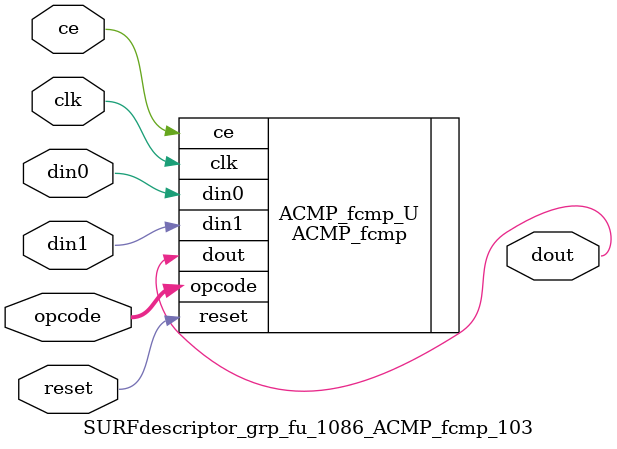
<source format=v>

`timescale 1 ns / 1 ps
module SURFdescriptor_grp_fu_1086_ACMP_fcmp_103(
    clk,
    reset,
    ce,
    din0,
    din1,
    opcode,
    dout);

parameter ID = 32'd1;
parameter NUM_STAGE = 32'd1;
parameter din0_WIDTH = 32'd1;
parameter din1_WIDTH = 32'd1;
parameter dout_WIDTH = 32'd1;
input clk;
input reset;
input ce;
input[din0_WIDTH - 1:0] din0;
input[din1_WIDTH - 1:0] din1;
input[5 - 1:0] opcode;
output[dout_WIDTH - 1:0] dout;



ACMP_fcmp #(
.ID( ID ),
.NUM_STAGE( 3 ),
.din0_WIDTH( din0_WIDTH ),
.din1_WIDTH( din1_WIDTH ),
.dout_WIDTH( dout_WIDTH ))
ACMP_fcmp_U(
    .clk( clk ),
    .reset( reset ),
    .ce( ce ),
    .din0( din0 ),
    .din1( din1 ),
    .dout( dout ),
    .opcode( opcode ));

endmodule

</source>
